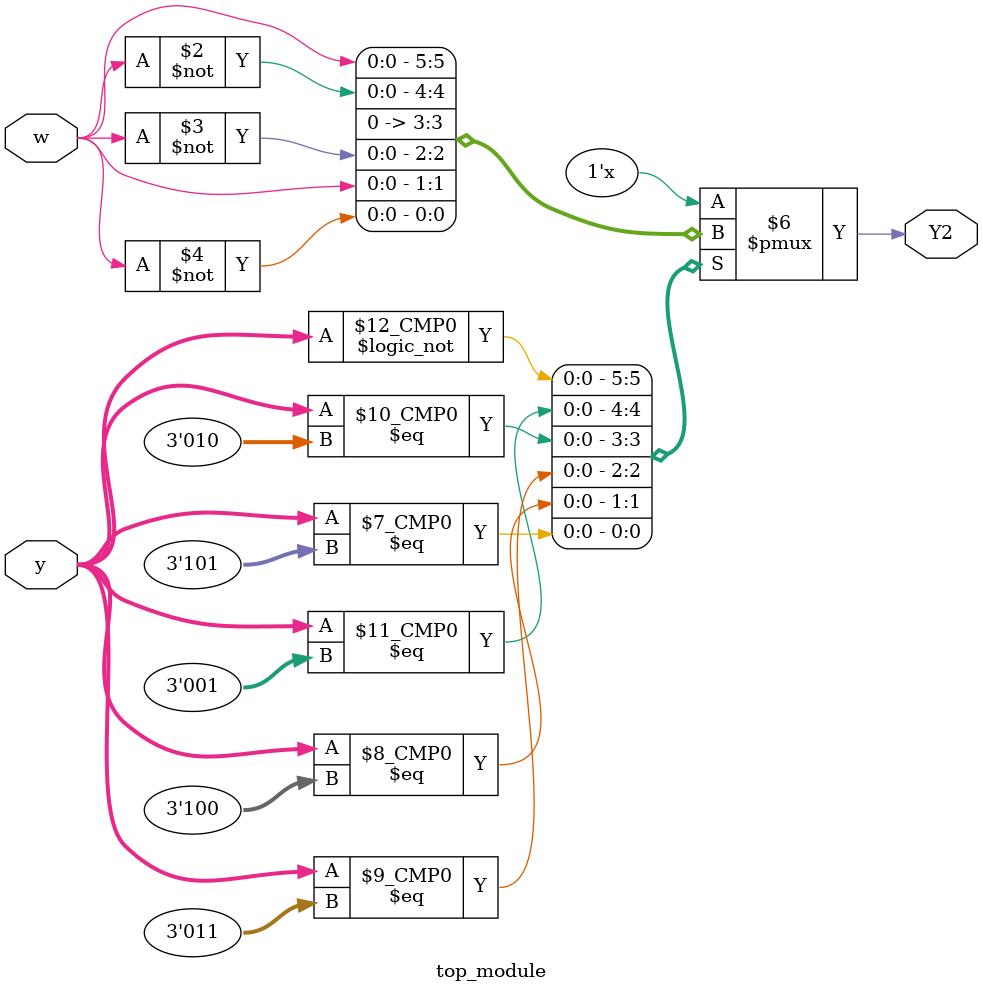
<source format=sv>
module top_module(
    input [3:1] y,
    input w,
    output reg Y2
);

always @(*) begin
    case (y)
        3'b000: Y2 = w;
        3'b001: Y2 = ~w;
        3'b010: Y2 = 1'b0;
        3'b011: Y2 = ~w;
        3'b100: Y2 = w;
        3'b101: Y2 = ~w;
    endcase
end

endmodule

</source>
